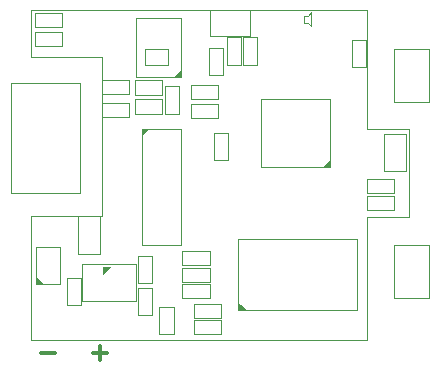
<source format=gbr>
%FSLAX34Y34*%
%MOMM*%
%LNSILK_TOP*%
G71*
G01*
%ADD10C, 0.100*%
%ADD11C, 0.300*%
%LPD*%
G54D10*
X324000Y820000D02*
X342000Y820000D01*
X342000Y788000D01*
X324000Y788000D01*
X324000Y820000D01*
G36*
X278000Y792000D02*
X278000Y798000D01*
X272000Y792000D01*
X278000Y792000D01*
G37*
G54D10*
X278000Y792000D02*
X278000Y798000D01*
X272000Y792000D01*
X278000Y792000D01*
G54D11*
X83000Y640000D02*
X83000Y628000D01*
X83000Y634000D01*
X89000Y634000D01*
X77000Y634000D01*
G54D11*
X33000Y634000D02*
X45000Y634000D01*
G36*
X29000Y693000D02*
X35000Y693000D01*
X29000Y699000D01*
X29000Y693000D01*
G37*
G54D10*
X29000Y693000D02*
X35000Y693000D01*
X29000Y699000D01*
X29000Y693000D01*
G36*
X86000Y707000D02*
X92000Y707000D01*
X86000Y701000D01*
X86000Y707000D01*
G37*
G54D10*
X86000Y707000D02*
X92000Y707000D01*
X86000Y701000D01*
X86000Y707000D01*
G54D10*
X67500Y697500D02*
X67500Y674500D01*
X55500Y674500D01*
X55500Y697500D01*
X67500Y697500D01*
G54D10*
X127500Y693500D02*
X127500Y716500D01*
X115500Y716500D01*
X115500Y693500D01*
X127500Y693500D01*
G36*
X119000Y824000D02*
X119000Y819000D01*
X124000Y824000D01*
X119000Y824000D01*
G37*
G54D10*
X119000Y824000D02*
X119000Y819000D01*
X124000Y824000D01*
X119000Y824000D01*
G54D10*
X65000Y750000D02*
X83000Y750000D01*
X83000Y718000D01*
X65000Y718000D01*
X65000Y750000D01*
G54D10*
X176096Y708500D02*
X153096Y708500D01*
X153096Y720500D01*
X176096Y720500D01*
X176096Y708500D01*
G54D10*
X175500Y869900D02*
X175500Y892900D01*
X187500Y892900D01*
X187500Y869900D01*
X175500Y869900D01*
G36*
X152000Y868000D02*
X152000Y874000D01*
X146000Y868000D01*
X152000Y868000D01*
G37*
G54D10*
X152000Y868000D02*
X152000Y874000D01*
X146000Y868000D01*
X152000Y868000D01*
G54D10*
X176000Y925000D02*
X210000Y925000D01*
X210000Y903000D01*
X176000Y903000D01*
X176000Y925000D01*
G54D10*
X51000Y910000D02*
X28000Y910000D01*
X28000Y922000D01*
X51000Y922000D01*
X51000Y910000D01*
G54D10*
X51000Y894000D02*
X28000Y894000D01*
X28000Y906000D01*
X51000Y906000D01*
X51000Y894000D01*
G54D10*
X127500Y689500D02*
X127500Y666500D01*
X115500Y666500D01*
X115500Y689500D01*
X127500Y689500D01*
G54D10*
X191500Y820500D02*
X191500Y797500D01*
X179500Y797500D01*
X179500Y820500D01*
X191500Y820500D01*
G54D10*
X107938Y833658D02*
X84938Y833658D01*
X84938Y845658D01*
X107938Y845658D01*
X107938Y833658D01*
G54D10*
X107938Y853658D02*
X84938Y853658D01*
X84938Y865658D01*
X107938Y865658D01*
X107938Y853658D01*
G54D10*
X190500Y901500D02*
X190500Y878500D01*
X202500Y878500D01*
X202500Y901500D01*
X190500Y901500D01*
G54D10*
X160500Y833500D02*
X183500Y833500D01*
X183500Y845500D01*
X160500Y845500D01*
X160500Y833500D01*
G54D10*
X160000Y861000D02*
X183000Y861000D01*
X183000Y849000D01*
X160000Y849000D01*
X160000Y861000D01*
G54D10*
X296500Y876500D02*
X296500Y899500D01*
X308500Y899500D01*
X308500Y876500D01*
X296500Y876500D01*
G36*
X200502Y670385D02*
X206502Y670385D01*
X200502Y676385D01*
X200502Y670385D01*
G37*
G54D10*
X200502Y670385D02*
X206502Y670385D01*
X200502Y676385D01*
X200502Y670385D01*
G54D10*
X66000Y863000D02*
X8000Y863000D01*
X8000Y770000D01*
X66000Y770000D01*
X66000Y863000D01*
G54D10*
X68000Y710000D02*
X114000Y710000D01*
X114000Y678000D01*
X68000Y678000D01*
X68000Y710000D01*
G54D10*
X332000Y892000D02*
X362000Y892000D01*
X362000Y847000D01*
X332000Y847000D01*
X332000Y892000D01*
G54D10*
X332000Y726000D02*
X362000Y726000D01*
X362000Y681000D01*
X332000Y681000D01*
X332000Y726000D01*
G54D10*
X25000Y925000D02*
X309000Y925000D01*
X309000Y824000D01*
X345000Y824000D01*
X345000Y749000D01*
X309000Y749000D01*
X309000Y645000D01*
X25000Y645000D01*
X25000Y750000D01*
X85000Y750000D01*
X85000Y885000D01*
X25000Y885000D01*
X25000Y925000D01*
G54D10*
X256000Y920000D02*
X256000Y914000D01*
X259000Y914000D01*
X262000Y911000D01*
X262000Y923000D01*
X259000Y920000D01*
X256000Y920000D01*
G54D10*
X150000Y860000D02*
X150000Y837000D01*
X138000Y837000D01*
X138000Y860000D01*
X150000Y860000D01*
G54D10*
X204500Y878500D02*
X204500Y901500D01*
X216500Y901500D01*
X216500Y878500D01*
X204500Y878500D01*
G54D10*
X113000Y849000D02*
X136000Y849000D01*
X136000Y837000D01*
X113000Y837000D01*
X113000Y849000D01*
G54D10*
X113000Y865000D02*
X136000Y865000D01*
X136000Y853000D01*
X113000Y853000D01*
X113000Y865000D01*
G54D10*
X119000Y824000D02*
X152000Y824000D01*
X152000Y726000D01*
X119000Y726000D01*
X119000Y824000D01*
G54D10*
X278000Y792000D02*
X220000Y792000D01*
X220000Y849000D01*
X278000Y849000D01*
X278000Y792000D01*
G54D10*
X29000Y693000D02*
X49000Y693000D01*
X49000Y724000D01*
X29000Y724000D01*
X29000Y693000D01*
G54D10*
X200502Y670385D02*
X301000Y670385D01*
X301000Y731000D01*
X200502Y731000D01*
X200502Y670385D01*
G54D10*
X332000Y770000D02*
X309000Y770000D01*
X309000Y782000D01*
X332000Y782000D01*
X332000Y770000D01*
G54D10*
X332000Y755000D02*
X309000Y755000D01*
X309000Y767000D01*
X332000Y767000D01*
X332000Y755000D01*
G54D10*
X186000Y650000D02*
X163000Y650000D01*
X163000Y662000D01*
X186000Y662000D01*
X186000Y650000D01*
G54D10*
X186000Y664000D02*
X163000Y664000D01*
X163000Y676000D01*
X186000Y676000D01*
X186000Y664000D01*
G54D10*
X152000Y868000D02*
X114000Y868000D01*
X114000Y918000D01*
X152000Y918000D01*
X152000Y868000D01*
G54D10*
X176096Y694500D02*
X153096Y694500D01*
X153096Y706500D01*
X176096Y706500D01*
X176096Y694500D01*
G54D10*
X176096Y680500D02*
X153096Y680500D01*
X153096Y692500D01*
X176096Y692500D01*
X176096Y680500D01*
G54D10*
X133595Y650000D02*
X133595Y673000D01*
X145595Y673000D01*
X145595Y650000D01*
X133595Y650000D01*
G54D10*
X121000Y892000D02*
X141000Y892000D01*
X141000Y878000D01*
X121000Y878000D01*
X121000Y892000D01*
M02*

</source>
